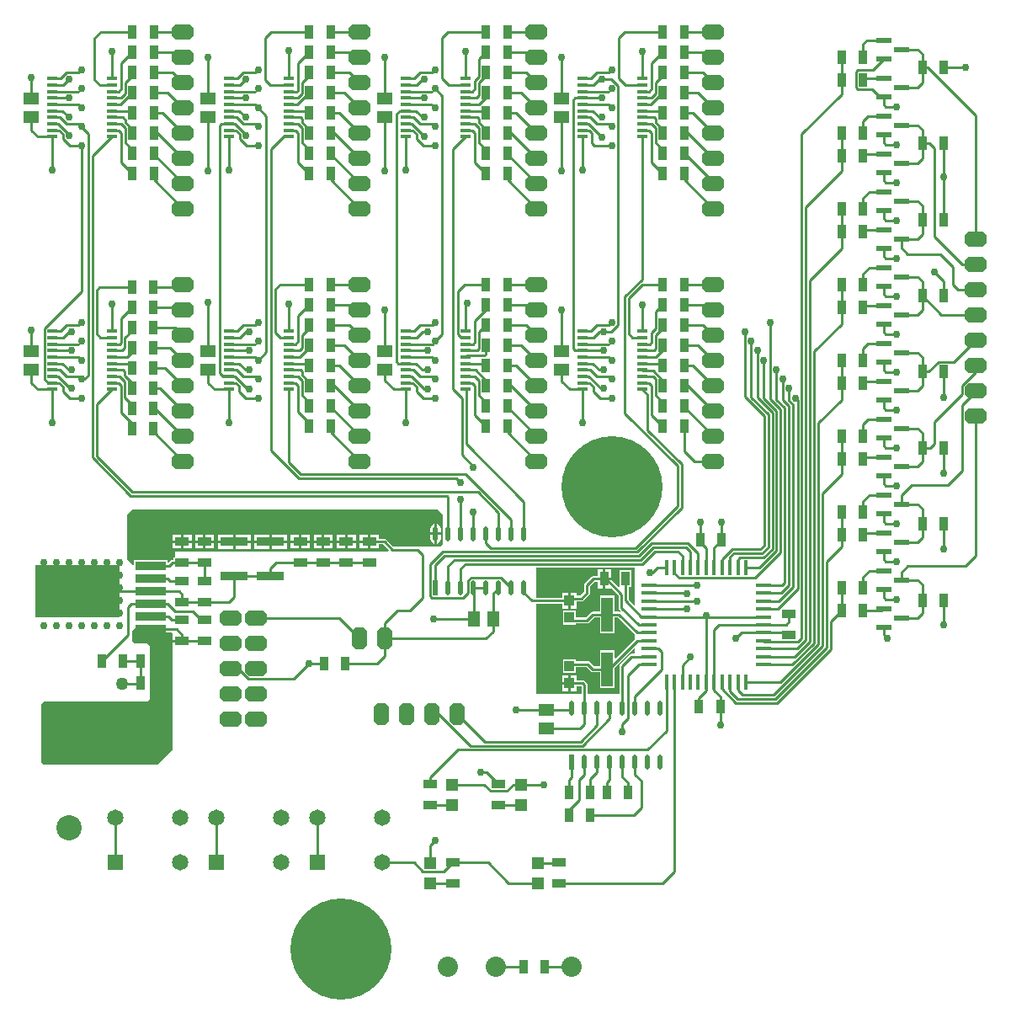
<source format=gtl>
%FSLAX25Y25*%
%MOIN*%
G70*
G01*
G75*
G04 Layer_Physical_Order=1*
G04 Layer_Color=255*
%ADD10R,0.03937X0.04331*%
%ADD11R,0.33622X0.21063*%
%ADD12R,0.12047X0.03504*%
%ADD13R,0.05906X0.01598*%
%ADD14R,0.01598X0.05906*%
%ADD15R,0.05906X0.05118*%
%ADD16R,0.11024X0.03740*%
%ADD17R,0.05906X0.02362*%
%ADD18R,0.03347X0.05512*%
%ADD19R,0.04724X0.13780*%
%ADD20O,0.02165X0.05906*%
%ADD21R,0.02165X0.05906*%
%ADD22R,0.05118X0.04528*%
%ADD23R,0.03937X0.01378*%
%ADD24R,0.05512X0.03347*%
%ADD25R,0.05118X0.05906*%
%ADD26C,0.01000*%
%ADD27R,0.06496X0.06496*%
%ADD28C,0.06496*%
G04:AMPARAMS|DCode=29|XSize=60mil|YSize=85mil|CornerRadius=0mil|HoleSize=0mil|Usage=FLASHONLY|Rotation=90.000|XOffset=0mil|YOffset=0mil|HoleType=Round|Shape=Octagon|*
%AMOCTAGOND29*
4,1,8,-0.04250,-0.01500,-0.04250,0.01500,-0.02750,0.03000,0.02750,0.03000,0.04250,0.01500,0.04250,-0.01500,0.02750,-0.03000,-0.02750,-0.03000,-0.04250,-0.01500,0.0*
%
%ADD29OCTAGOND29*%

G04:AMPARAMS|DCode=30|XSize=60mil|YSize=85mil|CornerRadius=0mil|HoleSize=0mil|Usage=FLASHONLY|Rotation=180.000|XOffset=0mil|YOffset=0mil|HoleType=Round|Shape=Octagon|*
%AMOCTAGOND30*
4,1,8,0.01500,-0.04250,-0.01500,-0.04250,-0.03000,-0.02750,-0.03000,0.02750,-0.01500,0.04250,0.01500,0.04250,0.03000,0.02750,0.03000,-0.02750,0.01500,-0.04250,0.0*
%
%ADD30OCTAGOND30*%

%ADD31C,0.03000*%
%ADD32C,0.08000*%
%ADD33C,0.05000*%
%ADD34C,0.40000*%
%ADD35C,0.10000*%
G36*
X273000Y298905D02*
Y288429D01*
Y287381D01*
X272000Y286333D01*
X253253D01*
X250549Y289037D01*
X250185Y289280D01*
X249756Y289366D01*
X249756Y289366D01*
X247456D01*
Y290917D01*
X244200D01*
Y288244D01*
Y285571D01*
X247456D01*
Y287123D01*
X249291D01*
X251574Y284840D01*
X251000Y284238D01*
X167000D01*
Y282143D01*
X166914Y282053D01*
X166244D01*
Y281351D01*
X165815Y280901D01*
X165779D01*
X165350Y280816D01*
X164987Y280573D01*
X164986Y280573D01*
X164186Y279772D01*
X163724Y279963D01*
Y280852D01*
X150476D01*
Y279000D01*
X150000D01*
X148000Y281095D01*
Y297857D01*
Y298905D01*
X150000Y301000D01*
X271000D01*
X273000Y298905D01*
D02*
G37*
G36*
X349000Y263239D02*
X348538Y263048D01*
X346354Y265232D01*
Y270144D01*
X347505D01*
Y276856D01*
X342959D01*
Y270280D01*
X342497Y270089D01*
X339586Y273000D01*
X337268D01*
Y269744D01*
X339441D01*
X339441Y269744D01*
Y269744D01*
X339603Y269811D01*
X342511Y266903D01*
Y262068D01*
X342511Y262068D01*
X342596Y261638D01*
X342839Y261275D01*
X343303Y260811D01*
X343067Y260370D01*
X342673Y260448D01*
X342673Y260448D01*
X340962D01*
Y266816D01*
X335038D01*
Y260448D01*
X332327D01*
X332327Y260448D01*
X331898Y260363D01*
X331534Y260120D01*
X329535Y258121D01*
X325569D01*
Y260919D01*
X320431D01*
Y255388D01*
X325569D01*
Y255878D01*
X330000D01*
X330000Y255878D01*
X330429Y255964D01*
X330793Y256207D01*
X332791Y258205D01*
X335038D01*
Y251837D01*
X340962D01*
Y258205D01*
X342209D01*
X349000Y251414D01*
Y249586D01*
X341424Y242010D01*
X340962Y242202D01*
Y245163D01*
X335038D01*
Y238795D01*
X332791D01*
X331061Y240525D01*
X330697Y240769D01*
X330268Y240854D01*
X330268Y240854D01*
X325569D01*
Y241612D01*
X320431D01*
Y236081D01*
X325569D01*
Y238611D01*
X329803D01*
X331534Y236880D01*
X331534Y236880D01*
X331898Y236637D01*
X332327Y236552D01*
X332327Y236552D01*
X335038D01*
Y230184D01*
X340962D01*
Y238376D01*
X348538Y245952D01*
X349000Y245761D01*
Y243775D01*
X347654D01*
X347224Y243690D01*
X346860Y243447D01*
X346860Y243446D01*
X343207Y239793D01*
X342964Y239429D01*
X342878Y239000D01*
X342879Y239000D01*
Y228000D01*
X330121D01*
Y231500D01*
X330122Y231500D01*
X330036Y231929D01*
X329793Y232293D01*
X329793Y232293D01*
X329139Y232947D01*
X328776Y233190D01*
X328346Y233275D01*
X328346Y233275D01*
X325969D01*
Y235319D01*
X323500D01*
Y232154D01*
Y228988D01*
X325969D01*
Y231032D01*
X327878D01*
Y228000D01*
X310000D01*
Y263725D01*
X320031D01*
Y261681D01*
X322500D01*
Y264846D01*
Y268012D01*
X320031D01*
Y265968D01*
X310000D01*
Y278000D01*
X349000D01*
Y263239D01*
D02*
G37*
G36*
X156001Y253613D02*
X155978Y253500D01*
X156064Y253071D01*
X156307Y252707D01*
X156671Y252464D01*
X157100Y252379D01*
X165622D01*
X166000Y252000D01*
Y251429D01*
X165844D01*
Y249256D01*
X169600D01*
Y248256D01*
X165844D01*
Y246083D01*
X166000D01*
Y244000D01*
Y206000D01*
X165000Y205000D01*
X160000Y200000D01*
X115000D01*
X114000Y201000D01*
Y224000D01*
X115000Y225000D01*
X156000D01*
X157000Y226000D01*
Y247000D01*
X156000Y248000D01*
X151000D01*
X150000Y249000D01*
Y253000D01*
X151000Y254000D01*
X155684D01*
X156001Y253613D01*
D02*
G37*
%LPC*%
G36*
X234100Y287732D02*
X230844D01*
Y285559D01*
X234100D01*
Y287732D01*
D02*
G37*
G36*
X238356D02*
X235100D01*
Y285559D01*
X238356D01*
Y287732D01*
D02*
G37*
G36*
X225000D02*
X221744D01*
Y285559D01*
X225000D01*
Y287732D01*
D02*
G37*
G36*
X229256D02*
X226000D01*
Y285559D01*
X229256D01*
Y287732D01*
D02*
G37*
G36*
X178000Y287744D02*
X174744D01*
Y285571D01*
X178000D01*
Y287744D01*
D02*
G37*
G36*
X182256D02*
X179000D01*
Y285571D01*
X182256D01*
Y287744D01*
D02*
G37*
G36*
X169100D02*
X165844D01*
Y285571D01*
X169100D01*
Y287744D01*
D02*
G37*
G36*
X173356D02*
X170100D01*
Y285571D01*
X173356D01*
Y287744D01*
D02*
G37*
G36*
X220156Y287732D02*
X216900D01*
Y285559D01*
X220156D01*
Y287732D01*
D02*
G37*
G36*
X336268Y277256D02*
X334095D01*
Y274622D01*
X332500D01*
X332071Y274536D01*
X331707Y274293D01*
X331707Y274293D01*
X329207Y271793D01*
X328964Y271429D01*
X328878Y271000D01*
X328878Y271000D01*
Y268465D01*
X327268Y266854D01*
X325969D01*
Y268012D01*
X323500D01*
Y264846D01*
Y261681D01*
X325969D01*
Y264611D01*
X327732D01*
X327732Y264611D01*
X328162Y264696D01*
X328525Y264939D01*
X330793Y267207D01*
X331036Y267571D01*
X331122Y268000D01*
X331121Y268000D01*
Y270535D01*
X332965Y272378D01*
X334095D01*
Y269744D01*
X336268D01*
Y273500D01*
Y277256D01*
D02*
G37*
G36*
X339441D02*
X337268D01*
Y274000D01*
X339441D01*
Y277256D01*
D02*
G37*
G36*
X322500Y231653D02*
X320031D01*
Y228988D01*
X322500D01*
Y231653D01*
D02*
G37*
G36*
Y235319D02*
X320031D01*
Y232653D01*
X322500D01*
Y235319D01*
D02*
G37*
G36*
X204100Y287591D02*
X198088D01*
Y285221D01*
X204100D01*
Y287591D01*
D02*
G37*
G36*
X196712Y287646D02*
X190700D01*
Y285276D01*
X196712D01*
Y287646D01*
D02*
G37*
G36*
X215900Y287732D02*
X212644D01*
Y285559D01*
X215900D01*
Y287732D01*
D02*
G37*
G36*
X211112Y287591D02*
X205100D01*
Y285221D01*
X211112D01*
Y287591D01*
D02*
G37*
G36*
X189700Y287646D02*
X183688D01*
Y285276D01*
X189700D01*
Y287646D01*
D02*
G37*
G36*
X169100Y290917D02*
X165844D01*
Y288744D01*
X169100D01*
Y290917D01*
D02*
G37*
G36*
X173356D02*
X170100D01*
Y288744D01*
X173356D01*
Y290917D01*
D02*
G37*
G36*
X238356Y290905D02*
X235100D01*
Y288732D01*
X238356D01*
Y290905D01*
D02*
G37*
G36*
X229256D02*
X226000D01*
Y288732D01*
X229256D01*
Y290905D01*
D02*
G37*
G36*
X234100D02*
X230844D01*
Y288732D01*
X234100D01*
Y290905D01*
D02*
G37*
G36*
X269500Y295154D02*
X269187Y295092D01*
X268498Y294631D01*
X268038Y293942D01*
X267877Y293130D01*
Y291760D01*
X269500D01*
Y295154D01*
D02*
G37*
G36*
X270500D02*
Y291760D01*
X272124D01*
Y293130D01*
X271962Y293942D01*
X271501Y294631D01*
X270813Y295092D01*
X270500Y295154D01*
D02*
G37*
G36*
X243200Y290917D02*
X239944D01*
Y288744D01*
X243200D01*
Y290917D01*
D02*
G37*
G36*
X178000D02*
X174744D01*
Y288744D01*
X178000D01*
Y290917D01*
D02*
G37*
G36*
X182256D02*
X179000D01*
Y288744D01*
X182256D01*
Y290917D01*
D02*
G37*
G36*
X204100Y290961D02*
X198088D01*
Y288591D01*
X204100D01*
Y290961D01*
D02*
G37*
G36*
X211112D02*
X205100D01*
Y288591D01*
X211112D01*
Y290961D01*
D02*
G37*
G36*
X272124Y290760D02*
X270500D01*
Y287366D01*
X270813Y287428D01*
X271501Y287888D01*
X271962Y288577D01*
X272124Y289390D01*
Y290760D01*
D02*
G37*
G36*
X243200Y287744D02*
X239944D01*
Y285571D01*
X243200D01*
Y287744D01*
D02*
G37*
G36*
X269500Y290760D02*
X267877D01*
Y289390D01*
X268038Y288577D01*
X268498Y287888D01*
X269187Y287428D01*
X269500Y287366D01*
Y290760D01*
D02*
G37*
G36*
X220156Y290905D02*
X216900D01*
Y288732D01*
X220156D01*
Y290905D01*
D02*
G37*
G36*
X225000D02*
X221744D01*
Y288732D01*
X225000D01*
Y290905D01*
D02*
G37*
G36*
X215900D02*
X212644D01*
Y288732D01*
X215900D01*
Y290905D01*
D02*
G37*
G36*
X189700Y291016D02*
X183688D01*
Y288646D01*
X189700D01*
Y291016D01*
D02*
G37*
G36*
X196712D02*
X190700D01*
Y288646D01*
X196712D01*
Y291016D01*
D02*
G37*
%LPD*%
D10*
X323000Y232154D02*
D03*
Y238846D02*
D03*
Y258154D02*
D03*
Y264846D02*
D03*
D11*
X128340Y268500D02*
D03*
D12*
X157100Y253500D02*
D03*
Y258500D02*
D03*
Y263500D02*
D03*
Y268500D02*
D03*
Y273500D02*
D03*
Y278500D02*
D03*
Y283500D02*
D03*
D13*
X354500Y271000D02*
D03*
Y267850D02*
D03*
Y264701D02*
D03*
Y261551D02*
D03*
Y258402D02*
D03*
Y255252D02*
D03*
Y252102D02*
D03*
Y248953D02*
D03*
Y245803D02*
D03*
Y242653D02*
D03*
Y239504D02*
D03*
X399776D02*
D03*
Y242653D02*
D03*
Y245803D02*
D03*
Y248953D02*
D03*
Y252102D02*
D03*
Y255252D02*
D03*
Y258402D02*
D03*
Y261551D02*
D03*
Y264701D02*
D03*
Y267850D02*
D03*
Y271000D02*
D03*
D14*
X361390Y232614D02*
D03*
X364539D02*
D03*
X367689D02*
D03*
X370839D02*
D03*
X373988D02*
D03*
X377138D02*
D03*
X380287D02*
D03*
X383437D02*
D03*
X386587D02*
D03*
X389736D02*
D03*
X392886D02*
D03*
Y277890D02*
D03*
X389736D02*
D03*
X386587D02*
D03*
X383437D02*
D03*
X380287D02*
D03*
X377138D02*
D03*
X373988D02*
D03*
X370839D02*
D03*
X367689D02*
D03*
X364539D02*
D03*
X361390D02*
D03*
D15*
X314000Y214260D02*
D03*
Y221740D02*
D03*
X320000Y356260D02*
D03*
Y363740D02*
D03*
X250000Y356260D02*
D03*
Y363740D02*
D03*
X180000Y356260D02*
D03*
Y363740D02*
D03*
X110000Y356260D02*
D03*
Y363740D02*
D03*
X320000Y456260D02*
D03*
Y463740D02*
D03*
X250000Y456260D02*
D03*
Y463740D02*
D03*
X180000Y456260D02*
D03*
Y463740D02*
D03*
X110000Y456260D02*
D03*
Y463740D02*
D03*
D16*
X190200Y288146D02*
D03*
Y274563D02*
D03*
X204600Y288091D02*
D03*
Y274509D02*
D03*
D17*
X447457Y471740D02*
D03*
Y464260D02*
D03*
X454543Y468000D02*
D03*
X447457Y276740D02*
D03*
Y269260D02*
D03*
X454543Y273000D02*
D03*
X447457Y261740D02*
D03*
Y254260D02*
D03*
X454543Y258000D02*
D03*
X447457Y306740D02*
D03*
Y299260D02*
D03*
X454543Y303000D02*
D03*
X447457Y291740D02*
D03*
Y284260D02*
D03*
X454543Y288000D02*
D03*
X447457Y336740D02*
D03*
Y329260D02*
D03*
X454543Y333000D02*
D03*
X447457Y321740D02*
D03*
Y314260D02*
D03*
X454543Y318000D02*
D03*
X447457Y366740D02*
D03*
Y359260D02*
D03*
X454543Y363000D02*
D03*
X447457Y351740D02*
D03*
Y344260D02*
D03*
X454543Y348000D02*
D03*
X447457Y396740D02*
D03*
Y389260D02*
D03*
X454543Y393000D02*
D03*
X447457Y381740D02*
D03*
Y374260D02*
D03*
X454543Y378000D02*
D03*
X447457Y426740D02*
D03*
Y419260D02*
D03*
X454543Y423000D02*
D03*
X447457Y411740D02*
D03*
Y404260D02*
D03*
X454543Y408000D02*
D03*
X447457Y456740D02*
D03*
Y449260D02*
D03*
X454543Y453000D02*
D03*
X447457Y441740D02*
D03*
Y434260D02*
D03*
X454543Y438000D02*
D03*
X447457Y486740D02*
D03*
Y479260D02*
D03*
X454543Y483000D02*
D03*
D18*
X471232Y476000D02*
D03*
X462768D02*
D03*
X374768Y289000D02*
D03*
X383232D02*
D03*
X137768Y240800D02*
D03*
X146232D02*
D03*
X161732Y232100D02*
D03*
X153268D02*
D03*
X161732Y240900D02*
D03*
X153268D02*
D03*
X382732Y223000D02*
D03*
X374268D02*
D03*
X331232Y189000D02*
D03*
X322768D02*
D03*
X346232D02*
D03*
X337768D02*
D03*
X331232Y180000D02*
D03*
X322768D02*
D03*
X336768Y273500D02*
D03*
X345232D02*
D03*
X220000Y490000D02*
D03*
X228465D02*
D03*
X290000D02*
D03*
X298465D02*
D03*
X360000D02*
D03*
X368465D02*
D03*
X220000Y482000D02*
D03*
X228465D02*
D03*
X290000D02*
D03*
X298465D02*
D03*
X360000D02*
D03*
X368465D02*
D03*
X220000Y474000D02*
D03*
X228465D02*
D03*
X290000D02*
D03*
X298465D02*
D03*
X360000D02*
D03*
X368465D02*
D03*
X220000Y466000D02*
D03*
X228465D02*
D03*
X290000D02*
D03*
X298465D02*
D03*
X360000D02*
D03*
X368465D02*
D03*
X220000Y458000D02*
D03*
X228465D02*
D03*
X290000D02*
D03*
X298465D02*
D03*
X360000D02*
D03*
X368465D02*
D03*
X220000Y450000D02*
D03*
X228465D02*
D03*
X290000D02*
D03*
X298465D02*
D03*
X360000D02*
D03*
X368465D02*
D03*
X220000Y442000D02*
D03*
X228465D02*
D03*
X290000D02*
D03*
X298465D02*
D03*
X360000D02*
D03*
X368465D02*
D03*
X150000Y434000D02*
D03*
X158465D02*
D03*
X220000D02*
D03*
X228465D02*
D03*
X290000D02*
D03*
X298465D02*
D03*
X360000D02*
D03*
X368465D02*
D03*
X149768Y357000D02*
D03*
X158232D02*
D03*
X149768Y349000D02*
D03*
X158232D02*
D03*
X149768Y341000D02*
D03*
X158232D02*
D03*
X430768Y270000D02*
D03*
X439232D02*
D03*
X430768Y261000D02*
D03*
X439232D02*
D03*
X430768Y300000D02*
D03*
X439232D02*
D03*
X430768Y291000D02*
D03*
X439232D02*
D03*
X430768Y330000D02*
D03*
X439232D02*
D03*
X430768Y321000D02*
D03*
X439232D02*
D03*
X430768Y360000D02*
D03*
X439232D02*
D03*
X430768Y351000D02*
D03*
X439232D02*
D03*
X430768Y390000D02*
D03*
X439232D02*
D03*
X430768Y381000D02*
D03*
X439232D02*
D03*
X430768Y420000D02*
D03*
X439232D02*
D03*
X430768Y411000D02*
D03*
X439232D02*
D03*
X430768Y450000D02*
D03*
X439232D02*
D03*
X430768Y441000D02*
D03*
X439232D02*
D03*
X430768Y480000D02*
D03*
X439232D02*
D03*
X430768Y471000D02*
D03*
X439232D02*
D03*
X471232Y265000D02*
D03*
X462768D02*
D03*
X471232Y295143D02*
D03*
X462768D02*
D03*
X471232Y325286D02*
D03*
X462768D02*
D03*
X471232Y355429D02*
D03*
X462768D02*
D03*
X471232Y385571D02*
D03*
X462768D02*
D03*
X471232Y415714D02*
D03*
X462768D02*
D03*
X471232Y445857D02*
D03*
X462768D02*
D03*
X313232Y120000D02*
D03*
X304768D02*
D03*
X360000Y334000D02*
D03*
X368465D02*
D03*
X360000Y342000D02*
D03*
X368465D02*
D03*
X360000Y350000D02*
D03*
X368465D02*
D03*
X360000Y358000D02*
D03*
X368465D02*
D03*
X360000Y366000D02*
D03*
X368465D02*
D03*
X360000Y374000D02*
D03*
X368465D02*
D03*
X360000Y382000D02*
D03*
X368465D02*
D03*
X360000Y390000D02*
D03*
X368465D02*
D03*
X290000Y334000D02*
D03*
X298465D02*
D03*
X290000Y342000D02*
D03*
X298465D02*
D03*
X290000Y350000D02*
D03*
X298465D02*
D03*
X290000Y358000D02*
D03*
X298465D02*
D03*
X290000Y366000D02*
D03*
X298465D02*
D03*
X290000Y374000D02*
D03*
X298465D02*
D03*
X290000Y382000D02*
D03*
X298465D02*
D03*
X290000Y390000D02*
D03*
X298465D02*
D03*
X220000Y334000D02*
D03*
X228465D02*
D03*
X149768Y333000D02*
D03*
X158232D02*
D03*
X220000Y342000D02*
D03*
X228465D02*
D03*
X220000Y350000D02*
D03*
X228465D02*
D03*
X220000Y358000D02*
D03*
X228465D02*
D03*
X220000Y366000D02*
D03*
X228465D02*
D03*
X220000Y374000D02*
D03*
X228465D02*
D03*
X220000Y382000D02*
D03*
X228465D02*
D03*
X220000Y390000D02*
D03*
X228465D02*
D03*
X149768Y373000D02*
D03*
X158232D02*
D03*
X149768Y381000D02*
D03*
X158232D02*
D03*
X149768Y365000D02*
D03*
X158232D02*
D03*
X149768Y389000D02*
D03*
X158232D02*
D03*
X150000Y442000D02*
D03*
X158465D02*
D03*
X150000Y450000D02*
D03*
X158465D02*
D03*
X150000Y458000D02*
D03*
X158465D02*
D03*
X150000Y466000D02*
D03*
X158465D02*
D03*
X150000Y474000D02*
D03*
X158465D02*
D03*
X150000Y482000D02*
D03*
X158465D02*
D03*
X150000Y490000D02*
D03*
X158465D02*
D03*
X225768Y240000D02*
D03*
X234232D02*
D03*
D19*
X338000Y259327D02*
D03*
Y237673D02*
D03*
D20*
X359000Y222260D02*
D03*
X354000D02*
D03*
X349000D02*
D03*
X344000D02*
D03*
X339000D02*
D03*
X334000D02*
D03*
X329000D02*
D03*
X324000D02*
D03*
X359000Y201000D02*
D03*
X354000D02*
D03*
X349000D02*
D03*
X344000D02*
D03*
X339000D02*
D03*
X334000D02*
D03*
X329000D02*
D03*
X275000Y270000D02*
D03*
X280000D02*
D03*
X285000D02*
D03*
X290000D02*
D03*
X295000D02*
D03*
X300000D02*
D03*
X305000D02*
D03*
X270000Y291260D02*
D03*
X275000D02*
D03*
X280000D02*
D03*
X285000D02*
D03*
X290000D02*
D03*
X295000D02*
D03*
X300000D02*
D03*
X305000D02*
D03*
D21*
X324000Y201000D02*
D03*
X270000Y270000D02*
D03*
D22*
X268000Y153063D02*
D03*
Y160937D02*
D03*
X276445Y184063D02*
D03*
Y191937D02*
D03*
X304000Y184063D02*
D03*
Y191937D02*
D03*
X310500Y153063D02*
D03*
Y160937D02*
D03*
D23*
X188189Y371516D02*
D03*
Y368957D02*
D03*
Y366398D02*
D03*
Y363839D02*
D03*
Y361279D02*
D03*
Y358720D02*
D03*
Y356161D02*
D03*
Y353602D02*
D03*
Y351043D02*
D03*
Y348484D02*
D03*
X211811Y348484D02*
D03*
Y351043D02*
D03*
Y353602D02*
D03*
Y356161D02*
D03*
Y358720D02*
D03*
Y361279D02*
D03*
Y363838D02*
D03*
Y366398D02*
D03*
Y368957D02*
D03*
Y371516D02*
D03*
X118189Y471516D02*
D03*
Y468957D02*
D03*
Y466397D02*
D03*
Y463838D02*
D03*
Y461279D02*
D03*
Y458720D02*
D03*
Y456161D02*
D03*
Y453602D02*
D03*
Y451043D02*
D03*
Y448484D02*
D03*
X141811Y448484D02*
D03*
Y451043D02*
D03*
Y453602D02*
D03*
Y456161D02*
D03*
Y458720D02*
D03*
Y461279D02*
D03*
Y463838D02*
D03*
Y466397D02*
D03*
Y468957D02*
D03*
Y471516D02*
D03*
X188189Y471516D02*
D03*
Y468957D02*
D03*
Y466397D02*
D03*
Y463838D02*
D03*
Y461279D02*
D03*
Y458720D02*
D03*
Y456161D02*
D03*
Y453602D02*
D03*
Y451043D02*
D03*
Y448484D02*
D03*
X211811Y448484D02*
D03*
Y451043D02*
D03*
Y453602D02*
D03*
Y456161D02*
D03*
Y458720D02*
D03*
Y461279D02*
D03*
Y463838D02*
D03*
Y466397D02*
D03*
Y468957D02*
D03*
Y471516D02*
D03*
X258189Y471516D02*
D03*
Y468957D02*
D03*
Y466397D02*
D03*
Y463838D02*
D03*
Y461279D02*
D03*
Y458720D02*
D03*
Y456161D02*
D03*
Y453602D02*
D03*
Y451043D02*
D03*
Y448484D02*
D03*
X281811Y448484D02*
D03*
Y451043D02*
D03*
Y453602D02*
D03*
Y456161D02*
D03*
Y458720D02*
D03*
Y461279D02*
D03*
Y463838D02*
D03*
Y466397D02*
D03*
Y468957D02*
D03*
Y471516D02*
D03*
X328189Y471516D02*
D03*
Y468957D02*
D03*
Y466397D02*
D03*
Y463838D02*
D03*
Y461279D02*
D03*
Y458720D02*
D03*
Y456161D02*
D03*
Y453602D02*
D03*
Y451043D02*
D03*
Y448484D02*
D03*
X351811Y448484D02*
D03*
Y451043D02*
D03*
Y453602D02*
D03*
Y456161D02*
D03*
Y458720D02*
D03*
Y461279D02*
D03*
Y463838D02*
D03*
Y466397D02*
D03*
Y468957D02*
D03*
Y471516D02*
D03*
X118189Y371516D02*
D03*
Y368957D02*
D03*
Y366398D02*
D03*
Y363839D02*
D03*
Y361279D02*
D03*
Y358720D02*
D03*
Y356161D02*
D03*
Y353602D02*
D03*
Y351043D02*
D03*
Y348484D02*
D03*
X141811Y348484D02*
D03*
Y351043D02*
D03*
Y353602D02*
D03*
Y356161D02*
D03*
Y358720D02*
D03*
Y361279D02*
D03*
Y363838D02*
D03*
Y366398D02*
D03*
Y368957D02*
D03*
Y371516D02*
D03*
X328189Y371516D02*
D03*
Y368957D02*
D03*
Y366398D02*
D03*
Y363839D02*
D03*
Y361279D02*
D03*
Y358720D02*
D03*
Y356161D02*
D03*
Y353602D02*
D03*
Y351043D02*
D03*
Y348484D02*
D03*
X351811Y348484D02*
D03*
Y351043D02*
D03*
Y353602D02*
D03*
Y356161D02*
D03*
Y358720D02*
D03*
Y361279D02*
D03*
Y363838D02*
D03*
Y366398D02*
D03*
Y368957D02*
D03*
Y371516D02*
D03*
X258189Y371516D02*
D03*
Y368957D02*
D03*
Y366398D02*
D03*
Y363839D02*
D03*
Y361279D02*
D03*
Y358720D02*
D03*
Y356161D02*
D03*
Y353602D02*
D03*
Y351043D02*
D03*
Y348484D02*
D03*
X281811Y348484D02*
D03*
Y351043D02*
D03*
Y353602D02*
D03*
Y356161D02*
D03*
Y358720D02*
D03*
Y361279D02*
D03*
Y363838D02*
D03*
Y366398D02*
D03*
Y368957D02*
D03*
Y371516D02*
D03*
D24*
X178500Y279780D02*
D03*
Y288244D02*
D03*
X169600Y279780D02*
D03*
Y288244D02*
D03*
X225500Y279768D02*
D03*
Y288232D02*
D03*
X216400Y279768D02*
D03*
Y288232D02*
D03*
X178500Y264268D02*
D03*
Y272732D02*
D03*
X169600Y272732D02*
D03*
Y264268D02*
D03*
X178500Y248756D02*
D03*
Y257221D02*
D03*
X169600Y248756D02*
D03*
Y257221D02*
D03*
X268000Y183768D02*
D03*
Y192232D02*
D03*
X295000Y183768D02*
D03*
Y192232D02*
D03*
X234600Y279768D02*
D03*
Y288232D02*
D03*
X243700Y279780D02*
D03*
Y288244D02*
D03*
X410000Y259732D02*
D03*
Y251268D02*
D03*
X319000Y152815D02*
D03*
Y161279D02*
D03*
X277000D02*
D03*
Y152815D02*
D03*
D25*
X285260Y257500D02*
D03*
X292740D02*
D03*
D26*
X334780Y356250D02*
X336600D01*
X339648Y371250D02*
X342321Y373923D01*
X336600Y371250D02*
X339648D01*
X334957D02*
X336600D01*
X332663Y368957D02*
X334957Y371250D01*
X335463Y348800D02*
X336600D01*
X330661Y353602D02*
X335463Y348800D01*
X335073Y345000D02*
X339721D01*
X332400Y347673D02*
X335073Y345000D01*
X332400Y347673D02*
Y349600D01*
X264780Y356250D02*
X266700D01*
X264957Y371250D02*
X266700D01*
X265563Y348700D02*
X266700D01*
X262400Y347673D02*
X265073Y345000D01*
X262400Y347673D02*
Y349600D01*
X265073Y345000D02*
X269721D01*
X194780Y356250D02*
X196200D01*
X194957Y371250D02*
X196200D01*
X122400Y347673D02*
X125073Y345000D01*
X122400Y347673D02*
Y349600D01*
X125073Y345000D02*
X129721D01*
X188318Y461150D02*
X198571D01*
X188189Y461279D02*
X188318Y461150D01*
X188189Y466397D02*
X198618D01*
X169600Y248756D02*
Y251400D01*
X167500Y253500D02*
X169600Y251400D01*
X157100Y253500D02*
X167500D01*
X331000Y451000D02*
X332000Y450000D01*
Y446000D02*
Y450000D01*
Y446000D02*
X333000Y445000D01*
X234600Y279768D02*
X243688D01*
X216400D02*
X225500D01*
X206768D02*
X216400D01*
X225500D02*
X234600D01*
X204546Y277546D02*
X206768Y279768D01*
X204546Y274563D02*
Y277546D01*
X190200Y274563D02*
X204546D01*
X243700Y288244D02*
X249756D01*
X253000Y285000D01*
X263000D01*
X265000Y283000D01*
Y266000D02*
Y283000D01*
X260000Y261000D02*
X265000Y266000D01*
X255000Y261000D02*
X260000D01*
X250000Y256000D02*
X255000Y261000D01*
X250000Y250000D02*
Y256000D01*
X343632Y262068D02*
Y267368D01*
X337500Y273500D02*
X343632Y267368D01*
X336768Y273500D02*
X337500D01*
X248795Y161142D02*
X261417D01*
X323000Y265732D02*
X327732D01*
X305000Y268000D02*
Y270000D01*
Y268000D02*
X308154Y264846D01*
X323000D01*
X328346Y232154D02*
X329000Y231500D01*
X323000Y232154D02*
X328346D01*
X357890Y277890D02*
X361390D01*
X356000Y276000D02*
X357890Y277890D01*
X355000Y276000D02*
X356000D01*
X223205Y161142D02*
Y178858D01*
X183205Y161142D02*
Y178858D01*
X143205Y161142D02*
Y178858D01*
X250000Y243000D02*
Y250000D01*
X247000Y240000D02*
X250000Y243000D01*
X234232Y240000D02*
X247000D01*
X220000D02*
X225768D01*
X146000Y232000D02*
X153168D01*
X128340Y268500D02*
X157100D01*
X213900Y233900D02*
X220000Y240000D01*
X195794Y233900D02*
X213900D01*
X191694Y238000D02*
X195794Y233900D01*
X189000Y238000D02*
X191694D01*
X377138Y232614D02*
Y258862D01*
X354500Y258402D02*
X376677D01*
X292740Y252740D02*
Y257500D01*
X290000Y250000D02*
X292740Y252740D01*
X250000Y250000D02*
X290000D01*
X332500Y273500D02*
X336768D01*
X330000Y271000D02*
X332500Y273500D01*
X330000Y268000D02*
Y271000D01*
X327732Y265732D02*
X330000Y268000D01*
X314000Y221740D02*
X323480D01*
X339000Y218237D02*
Y222260D01*
X268500Y220000D02*
X271194D01*
X334000Y215500D02*
Y222260D01*
X268000Y153063D02*
X276752D01*
X364539Y157539D02*
Y232614D01*
X359815Y152815D02*
X364539Y157539D01*
X319000Y152815D02*
X359815D01*
X354500Y245803D02*
X358197D01*
X359500Y244500D01*
Y237500D02*
Y244500D01*
X349000Y227000D02*
X359500Y237500D01*
X349000Y222260D02*
Y227000D01*
X347654Y242653D02*
X354500D01*
X344000Y239000D02*
X347654Y242653D01*
X344000Y222260D02*
Y239000D01*
X345232Y264768D02*
Y273500D01*
Y264768D02*
X351598Y258402D01*
X354500D01*
X351811Y471516D02*
Y482189D01*
X281811Y471516D02*
Y482189D01*
X211811Y471516D02*
Y482689D01*
X141811Y471516D02*
Y482189D01*
X188189Y351043D02*
X190957D01*
X192120Y349880D01*
Y347673D02*
X194793Y345000D01*
X199721D01*
X192120Y347673D02*
Y349880D01*
X141811Y371516D02*
Y382189D01*
X211811Y371516D02*
Y382311D01*
X281811Y381811D02*
X282500Y382500D01*
X281811Y371516D02*
Y381811D01*
X281500Y390000D02*
X290000D01*
X278743Y387243D02*
X281500Y390000D01*
X278743Y370371D02*
Y387243D01*
X351811Y371516D02*
Y381811D01*
X136000Y342673D02*
X141811Y348484D01*
X136000Y322000D02*
Y342673D01*
Y322000D02*
X150000Y308000D01*
X134100Y321637D02*
X149337Y306400D01*
X158232Y331768D02*
X170000Y320000D01*
X158232Y331768D02*
Y333000D01*
X159000Y341000D02*
X170000Y330000D01*
X158232Y341000D02*
X159000D01*
X161000Y349000D02*
X170000Y340000D01*
X158232Y349000D02*
X161000D01*
X163000Y357000D02*
X170000Y350000D01*
X158232Y357000D02*
X163000D01*
X165000Y365000D02*
X170000Y360000D01*
X158232Y365000D02*
X165000D01*
X167000Y373000D02*
X170000Y370000D01*
X158232Y373000D02*
X167000D01*
X158232Y381000D02*
X169000D01*
X158232Y389000D02*
X169000D01*
X228465Y331535D02*
X240000Y320000D01*
X228465Y331535D02*
Y334000D01*
Y341535D02*
X240000Y330000D01*
X228465Y341535D02*
Y342000D01*
X230000Y350000D02*
X240000Y340000D01*
X228465Y350000D02*
X230000D01*
X232000Y358000D02*
X240000Y350000D01*
X228465Y358000D02*
X232000D01*
X234000Y366000D02*
X240000Y360000D01*
X228465Y366000D02*
X234000D01*
X236000Y374000D02*
X240000Y370000D01*
X228465Y374000D02*
X236000D01*
X228465Y382000D02*
X238000D01*
X228465Y390000D02*
X240000D01*
X298465Y331535D02*
X310000Y320000D01*
X298465Y331535D02*
Y334000D01*
Y341535D02*
X310000Y330000D01*
X298465Y341535D02*
Y342000D01*
X300000Y350000D02*
X310000Y340000D01*
X298465Y350000D02*
X300000D01*
X302000Y358000D02*
X310000Y350000D01*
X298465Y358000D02*
X302000D01*
X304000Y366000D02*
X310000Y360000D01*
X298465Y366000D02*
X304000D01*
X306000Y374000D02*
X310000Y370000D01*
X298465Y374000D02*
X306000D01*
X298465Y382000D02*
X308000D01*
X298465Y390000D02*
X310000D01*
X355627Y338373D02*
Y350000D01*
Y338373D02*
X360000Y334000D01*
X281800Y279300D02*
X351851D01*
X277400Y280900D02*
X351188D01*
X273500Y282500D02*
X350525D01*
X272837Y284100D02*
X349863D01*
X356851Y284300D02*
X366000D01*
X351851Y279300D02*
X356851Y284300D01*
X356188Y285900D02*
X369337D01*
X351188Y280900D02*
X356188Y285900D01*
X355525Y287500D02*
X370000D01*
X350525Y282500D02*
X355525Y287500D01*
X291800Y285700D02*
X349200D01*
X351811Y348484D02*
X354000Y346295D01*
X158465Y431535D02*
X170000Y420000D01*
X158465Y431535D02*
Y434000D01*
Y441535D02*
X170000Y430000D01*
X158465Y441535D02*
Y442000D01*
X160000Y450000D02*
X170000Y440000D01*
X158465Y450000D02*
X160000D01*
X162000Y458000D02*
X170000Y450000D01*
X158465Y458000D02*
X162000D01*
X164000Y466000D02*
X170000Y460000D01*
X158465Y466000D02*
X164000D01*
X166000Y474000D02*
X170000Y470000D01*
X158465Y474000D02*
X166000D01*
X168000Y482000D02*
X170000Y480000D01*
X158465Y482000D02*
X168000D01*
X158465Y490000D02*
X170000D01*
X228465Y431535D02*
X240000Y420000D01*
X228465Y431535D02*
Y434000D01*
Y441535D02*
X240000Y430000D01*
X228465Y441535D02*
Y442000D01*
X230000Y450000D02*
X240000Y440000D01*
X228465Y450000D02*
X230000D01*
X232000Y458000D02*
X240000Y450000D01*
X228465Y458000D02*
X232000D01*
X234000Y466000D02*
X240000Y460000D01*
X228465Y466000D02*
X234000D01*
X236000Y474000D02*
X240000Y470000D01*
X228465Y474000D02*
X236000D01*
X228465Y482000D02*
X238000D01*
X228465Y490000D02*
X240000D01*
X298465Y431535D02*
X310000Y420000D01*
X298465Y431535D02*
Y434000D01*
Y441535D02*
X310000Y430000D01*
X298465Y441535D02*
Y442000D01*
X300000Y450000D02*
X310000Y440000D01*
X298465Y450000D02*
X300000D01*
X302000Y458000D02*
X310000Y450000D01*
X298465Y458000D02*
X302000D01*
X304000Y466000D02*
X310000Y460000D01*
X298465Y466000D02*
X304000D01*
X306000Y474000D02*
X310000Y470000D01*
X298465Y474000D02*
X306000D01*
X298465Y482000D02*
X308000D01*
X298465Y490000D02*
X310000D01*
X368465Y431535D02*
X380000Y420000D01*
X368465Y431535D02*
Y434000D01*
X380000Y430000D02*
Y430465D01*
X368465Y442000D02*
X380000Y430465D01*
X370000Y450000D02*
X380000Y440000D01*
X368465Y450000D02*
X370000D01*
X372000Y458000D02*
X380000Y450000D01*
X368465Y458000D02*
X372000D01*
X374000Y466000D02*
X380000Y460000D01*
X368465Y466000D02*
X374000D01*
X376000Y474000D02*
X380000Y470000D01*
X368465Y474000D02*
X376000D01*
X368465Y482000D02*
X378000D01*
X368465Y490000D02*
X380000D01*
X355627Y438373D02*
X360000Y434000D01*
X355627Y438373D02*
Y449873D01*
X354457Y451043D02*
X355627Y449873D01*
X351811Y451043D02*
X354457D01*
X357227Y446144D02*
X360000Y443371D01*
X357227Y446144D02*
Y451881D01*
X355506Y453602D02*
X357227Y451881D01*
X351811Y453602D02*
X355506D01*
X357227Y454144D02*
X360000Y451371D01*
X357227Y454144D02*
Y455500D01*
X356566Y456161D02*
X357227Y455500D01*
X351811Y456161D02*
X356566D01*
X345000Y490000D02*
X360000D01*
X342500Y487500D02*
X345000Y490000D01*
X342500Y471500D02*
Y487500D01*
Y471500D02*
X345043Y468957D01*
X351811D01*
X355627Y477627D02*
X360000Y482000D01*
X355627Y467500D02*
Y477627D01*
X354524Y466397D02*
X355627Y467500D01*
X351811Y466397D02*
X354524D01*
X357227Y469856D02*
X360000Y472629D01*
X357227Y465500D02*
Y469856D01*
X355565Y463838D02*
X357227Y465500D01*
X351811Y463838D02*
X355565D01*
X355279Y461279D02*
X360000Y466000D01*
X351811Y461279D02*
X355279D01*
X351811Y458720D02*
X359280D01*
X285627Y438373D02*
X290000Y434000D01*
X285627Y438373D02*
Y450000D01*
X284584Y451043D02*
X285627Y450000D01*
X281811Y451043D02*
X284584D01*
X287227Y446144D02*
X290000Y443371D01*
X287227Y446144D02*
Y451881D01*
X285506Y453602D02*
X287227Y451881D01*
X281811Y453602D02*
X285506D01*
X287227Y454144D02*
X290000Y451371D01*
X287227Y454144D02*
Y455500D01*
X286566Y456161D02*
X287227Y455500D01*
X281811Y456161D02*
X286566D01*
X275000Y490000D02*
X290000D01*
X272500Y487500D02*
X275000Y490000D01*
X272500Y471500D02*
Y487500D01*
Y471500D02*
X275043Y468957D01*
X281811D01*
X287227Y479227D02*
X290000Y482000D01*
X287227Y472119D02*
Y479227D01*
X285627Y470519D02*
X287227Y472119D01*
X285627Y467500D02*
Y470519D01*
X284524Y466397D02*
X285627Y467500D01*
X281811Y466397D02*
X284524D01*
X290000Y472629D02*
Y474000D01*
X287227Y469856D02*
X290000Y472629D01*
X287227Y465000D02*
Y469856D01*
X286065Y463838D02*
X287227Y465000D01*
X281811Y463838D02*
X286065D01*
X287279Y461279D02*
X290000Y464000D01*
X281811Y461279D02*
X287279D01*
X281811Y458720D02*
X289280D01*
X205000Y490000D02*
X220000D01*
X202500Y487500D02*
X205000Y490000D01*
X202500Y471000D02*
Y487500D01*
Y471000D02*
X204543Y468957D01*
X211811D01*
X215627Y477627D02*
X220000Y482000D01*
X215627Y467000D02*
Y477627D01*
X215024Y466397D02*
X215627Y467000D01*
X211811Y466397D02*
X215024D01*
X217227Y469856D02*
X220000Y472629D01*
X217227Y465500D02*
Y469856D01*
X215565Y463838D02*
X217227Y465500D01*
X211811Y463838D02*
X215565D01*
X215279Y461279D02*
X220000Y466000D01*
X211811Y461279D02*
X215279D01*
X215627Y438373D02*
X220000Y434000D01*
X215627Y438373D02*
Y450000D01*
X214584Y451043D02*
X215627Y450000D01*
X211811Y451043D02*
X214584D01*
X217227Y446144D02*
X220000Y443371D01*
X217227Y446144D02*
Y451881D01*
X215506Y453602D02*
X217227Y451881D01*
X211811Y453602D02*
X215506D01*
X217227Y454144D02*
X220000Y451371D01*
X217227Y454144D02*
Y455500D01*
X216566Y456161D02*
X217227Y455500D01*
X211811Y456161D02*
X216566D01*
X211811Y458720D02*
X219280D01*
X145627Y438373D02*
X150000Y434000D01*
X145627Y438373D02*
Y450000D01*
X144627Y451000D02*
X145627Y450000D01*
X141854Y451000D02*
X144627D01*
X141811Y451043D02*
X141854Y451000D01*
X147227Y446144D02*
X150000Y443371D01*
X147227Y446144D02*
Y451881D01*
X145506Y453602D02*
X147227Y451881D01*
X141811Y453602D02*
X145506D01*
X150000Y450000D02*
Y451371D01*
X147227Y454144D02*
X150000Y451371D01*
X147227Y454144D02*
Y455000D01*
X146066Y456161D02*
X147227Y455000D01*
X141811Y456161D02*
X146066D01*
X141811Y458720D02*
X149280D01*
X137500Y490000D02*
X150000D01*
X135000Y487500D02*
X137500Y490000D01*
X135000Y471000D02*
Y487500D01*
Y471000D02*
X137043Y468957D01*
X141811D01*
X145627Y477627D02*
X150000Y482000D01*
X145627Y467500D02*
Y477627D01*
X144524Y466397D02*
X145627Y467500D01*
X141811Y466397D02*
X144524D01*
X150000Y472629D02*
Y474000D01*
X147227Y469856D02*
X150000Y472629D01*
X147227Y465500D02*
Y469856D01*
X145565Y463838D02*
X147227Y465500D01*
X141811Y463838D02*
X145565D01*
X145279Y461279D02*
X150000Y466000D01*
X141811Y461279D02*
X145279D01*
X220000Y334000D02*
Y335371D01*
X215627Y339744D02*
X220000Y335371D01*
X215627Y339744D02*
Y350000D01*
X214627Y351000D02*
X215627Y350000D01*
X211854Y351000D02*
X214627D01*
X211811Y351043D02*
X211854Y351000D01*
X217227Y346144D02*
X220000Y343371D01*
X217227Y346144D02*
Y351881D01*
X215506Y353602D02*
X217227Y351881D01*
X211811Y353602D02*
X215506D01*
X217227Y354144D02*
X220000Y351371D01*
X217227Y354144D02*
Y355500D01*
X216566Y356161D02*
X217227Y355500D01*
X211811Y356161D02*
X216566D01*
X211811Y358720D02*
X219280D01*
X145395Y339388D02*
X149768Y335015D01*
X145395Y339388D02*
Y350000D01*
X144352Y351043D02*
X145395Y350000D01*
X141811Y351043D02*
X144352D01*
X146994Y345144D02*
X149768Y342371D01*
X146994Y345144D02*
Y351526D01*
X144918Y353602D02*
X146994Y351526D01*
X141811Y353602D02*
X144918D01*
X149768Y349000D02*
Y351015D01*
X146994Y353788D02*
X149768Y351015D01*
X146994Y353788D02*
Y355505D01*
X146339Y356161D02*
X146994Y355505D01*
X141811Y356161D02*
X146339D01*
X148047Y358720D02*
X149768Y357000D01*
X141811Y358720D02*
X148047D01*
X137000Y389000D02*
X149768D01*
X135700Y387700D02*
X137000Y389000D01*
X135700Y370500D02*
Y387700D01*
Y370500D02*
X137243Y368957D01*
X141811D01*
X134100Y440773D02*
X141811Y448484D01*
X134100Y321637D02*
Y440773D01*
X131000Y352500D02*
X132500Y354000D01*
Y449721D01*
X145395Y376627D02*
X149768Y381000D01*
X145395Y367000D02*
Y376627D01*
X144792Y366398D02*
X145395Y367000D01*
X141811Y366398D02*
X144792D01*
X149768Y371629D02*
Y373000D01*
X146994Y368856D02*
X149768Y371629D01*
X146994Y365000D02*
Y368856D01*
X145833Y363838D02*
X146994Y365000D01*
X141811Y363838D02*
X145833D01*
X149768Y363268D02*
Y365000D01*
X147779Y361279D02*
X149768Y363268D01*
X141811Y361279D02*
X147779D01*
X208500Y390000D02*
X220000D01*
X206600Y388100D02*
X208500Y390000D01*
X206600Y370900D02*
Y388100D01*
Y370900D02*
X208543Y368957D01*
X211811D01*
X205000Y443500D02*
X209984Y448484D01*
X205000Y324237D02*
Y443500D01*
Y324237D02*
X215837Y313400D01*
X215627Y377627D02*
X220000Y382000D01*
X215627Y367500D02*
Y377627D01*
X214524Y366398D02*
X215627Y367500D01*
X211811Y366398D02*
X214524D01*
X217227Y369856D02*
X220000Y372629D01*
X217227Y365000D02*
Y369856D01*
X216065Y363838D02*
X217227Y365000D01*
X211811Y363838D02*
X216065D01*
X216279Y361279D02*
X220000Y365000D01*
X211811Y361279D02*
X216279D01*
X285627Y338373D02*
X290000Y334000D01*
X285627Y338373D02*
Y349873D01*
X284457Y351043D02*
X285627Y349873D01*
X281811Y351043D02*
X284457D01*
X287227Y346144D02*
X290000Y343371D01*
X287227Y346144D02*
Y352000D01*
X285625Y353602D02*
X287227Y352000D01*
X281811Y353602D02*
X285625D01*
X290000Y350000D02*
Y352000D01*
X285839Y356161D02*
X290000Y352000D01*
X281811Y356161D02*
X285839D01*
X280157Y368957D02*
X281811D01*
X278743Y370371D02*
X280157Y368957D01*
X287614Y361856D02*
X289356D01*
X282388D02*
X284130D01*
X277000Y443673D02*
X281811Y448484D01*
X277000Y348437D02*
Y443673D01*
X287227Y371227D02*
X290000Y374000D01*
X287227Y364500D02*
Y371227D01*
X290000Y379985D02*
Y382000D01*
X285627Y375611D02*
X290000Y379985D01*
X277000Y348437D02*
X280500Y344937D01*
X281811Y368957D02*
X283257D01*
X285627Y367127D02*
Y375611D01*
X284897Y366398D02*
X285627Y367127D01*
X281811Y366398D02*
X284897D01*
X286565Y363838D02*
X287227Y364500D01*
X281811Y363838D02*
X286565D01*
X290000Y362500D02*
Y366000D01*
X289356Y361856D02*
X290000Y362500D01*
X284130Y361856D02*
X287614D01*
X281811Y361279D02*
X282388Y361856D01*
X281811Y358720D02*
X289280D01*
X209984Y448484D02*
X211811D01*
X278100Y313400D02*
X280000Y311500D01*
X215837Y313400D02*
X278100D01*
X274600Y306400D02*
X275000Y306000D01*
X149337Y306400D02*
X274600D01*
X286737Y308000D02*
X295000Y299737D01*
X150000Y308000D02*
X286737D01*
X282000Y315000D02*
X300000Y297000D01*
X216500Y315000D02*
X282000D01*
X211811Y319689D02*
X216500Y315000D01*
X280500Y322500D02*
Y344937D01*
X285000Y317500D02*
Y318000D01*
X280500Y322500D02*
X285000Y318000D01*
X305000Y291260D02*
Y304000D01*
X282100Y326900D02*
X305000Y304000D01*
X282100Y326900D02*
Y348195D01*
X285000Y291260D02*
Y300000D01*
X280000Y291260D02*
Y305000D01*
X275000Y291260D02*
Y306000D01*
X295000Y291260D02*
Y299737D01*
X300000Y291260D02*
Y297000D01*
X281811Y348484D02*
X282100Y348195D01*
X211811Y319689D02*
Y348484D01*
X290000Y287500D02*
Y291260D01*
Y287500D02*
X291800Y285700D01*
X344900Y385163D02*
X351811Y392074D01*
Y448484D01*
X267817Y279080D02*
X272837Y284100D01*
X267817Y266592D02*
Y279080D01*
Y266592D02*
X268462Y265947D01*
X280904D01*
X282817Y267861D01*
Y272774D01*
X284096Y274053D01*
X295947D01*
X300000Y270000D01*
X292740Y267740D02*
X295000Y270000D01*
X292740Y257500D02*
Y267740D01*
X285260Y257500D02*
Y269740D01*
X285000Y270000D02*
X285260Y269740D01*
X285000Y270000D02*
X290000D01*
X280000D02*
Y277500D01*
X281800Y279300D01*
X275000Y270000D02*
Y278500D01*
X277400Y280900D01*
X270000Y279000D02*
X273500Y282500D01*
X270000Y270000D02*
Y279000D01*
X366000Y284300D02*
X367689Y282611D01*
Y277890D02*
Y282611D01*
X369337Y285900D02*
X370839Y284399D01*
Y277890D02*
Y284399D01*
X370000Y287500D02*
X373988Y283512D01*
Y277890D02*
Y283512D01*
X380287Y285787D02*
X382232Y287732D01*
X380287Y277890D02*
Y285787D01*
X339648Y471250D02*
X342321Y468577D01*
X334957Y471250D02*
X339648D01*
X332663Y468957D02*
X334957Y471250D01*
X342321Y373923D02*
Y468577D01*
X328189Y463838D02*
X334750D01*
X325339D02*
X328189D01*
X324500Y463000D02*
X325339Y463838D01*
X324500Y364500D02*
Y463000D01*
Y364500D02*
X325162Y363839D01*
X328189D01*
X255720Y458720D02*
X258189D01*
X254500Y457500D02*
X255720Y458720D01*
X254500Y359500D02*
Y457500D01*
Y359500D02*
X255280Y358720D01*
X258189D01*
X129721Y445000D02*
Y445000D01*
Y387261D02*
Y445000D01*
X115120Y352457D02*
Y372660D01*
X129721Y387261D01*
X110000Y451000D02*
Y456260D01*
Y451000D02*
X112516Y448484D01*
X118189D01*
X185102Y453602D02*
X188189D01*
X184500Y453000D02*
X185102Y453602D01*
X184500Y355000D02*
Y453000D01*
Y355000D02*
X185898Y353602D01*
X188189D01*
X180000Y363327D02*
Y363740D01*
Y351000D02*
Y356260D01*
Y351000D02*
X182516Y348484D01*
X188189D01*
X121000Y351000D02*
X122400Y349600D01*
X110000Y351000D02*
Y356260D01*
Y351000D02*
X112516Y348484D01*
X118189D01*
X129721Y352500D02*
X131000D01*
X203000Y363279D02*
Y456721D01*
X199721Y360000D02*
X203000Y363279D01*
X270000Y367500D02*
X272600Y370100D01*
X269721Y467500D02*
X272600Y464621D01*
Y370100D02*
Y464621D01*
X268850Y373850D02*
X270000Y375000D01*
X268898Y366398D02*
X270000Y367500D01*
X258189Y366398D02*
X268898D01*
X398642Y285142D02*
X400182Y286682D01*
X387380Y285142D02*
X398642D01*
X399305Y283542D02*
X401782Y286020D01*
X388042Y283542D02*
X399305D01*
X399968Y281943D02*
X403382Y285357D01*
X390442Y281943D02*
X399968D01*
X383437Y281200D02*
X387380Y285142D01*
X389736Y281236D02*
X390442Y281943D01*
X386587Y282087D02*
X388042Y283542D01*
X398178Y277890D02*
X404982Y284694D01*
X392886Y277890D02*
X398178D01*
X406582Y284031D02*
Y340452D01*
X366434Y273837D02*
X396388D01*
X404982Y284694D02*
Y339790D01*
X403382Y285357D02*
Y339127D01*
X401782Y286020D02*
Y338464D01*
X396388Y273837D02*
X406582Y284031D01*
X400182Y286682D02*
Y337802D01*
X392400Y371150D02*
X392500Y371250D01*
X392400Y345584D02*
Y371150D01*
Y345584D02*
X400182Y337802D01*
X394900Y345347D02*
Y367400D01*
Y345347D02*
X401782Y338464D01*
X397400Y345109D02*
Y363650D01*
Y345109D02*
X403382Y339127D01*
X400000Y344772D02*
X404982Y339790D01*
X400000Y344772D02*
Y360000D01*
X402600Y358600D02*
Y374900D01*
X402400Y358400D02*
X402600Y358600D01*
X402400Y344635D02*
Y358400D01*
X364539Y275732D02*
Y277890D01*
Y275732D02*
X366434Y273837D01*
X402400Y344635D02*
X406582Y340452D01*
X402500Y375000D02*
X402600Y374900D01*
X383437Y277890D02*
Y281200D01*
X386587Y277890D02*
Y282087D01*
X389736Y277890D02*
Y281236D01*
X404900Y356150D02*
X405000Y356250D01*
X404900Y344398D02*
Y356150D01*
Y344398D02*
X408182Y341115D01*
Y272000D02*
Y341115D01*
X407182Y271000D02*
X408182Y272000D01*
X399776Y271000D02*
X407182D01*
X407400Y344160D02*
Y352400D01*
Y344160D02*
X409782Y341778D01*
Y270844D02*
Y341778D01*
X406789Y267850D02*
X409782Y270844D01*
X399776Y267850D02*
X406789D01*
X409900Y348650D02*
X410000Y348750D01*
X409900Y343923D02*
Y348650D01*
Y343923D02*
X411382Y342441D01*
Y270181D02*
Y342441D01*
X405902Y264701D02*
X411382Y270181D01*
X399776Y264701D02*
X405902D01*
X412500Y345000D02*
X413400Y344100D01*
Y269500D02*
Y344100D01*
X405451Y261551D02*
X413400Y269500D01*
X399776Y261551D02*
X405451D01*
X377138Y277890D02*
Y285630D01*
X195000Y448750D02*
Y449263D01*
X335000Y448750D02*
Y449263D01*
X192309Y458720D02*
X194780Y456250D01*
X262310Y458720D02*
X264750Y456280D01*
X332310Y458720D02*
X334780Y456250D01*
X188189Y463838D02*
X194750D01*
X258189D02*
X264720D01*
X262663Y468957D02*
X264957Y471250D01*
X192663Y468957D02*
X194957Y471250D01*
X125000Y448750D02*
Y449263D01*
X122310Y458720D02*
X124780Y456250D01*
X118189Y463838D02*
X124750D01*
X122663Y468957D02*
X124957Y471250D01*
X192309Y358720D02*
X194780Y356250D01*
X188189Y363839D02*
X196200D01*
X125000Y348750D02*
Y349263D01*
X122310Y358720D02*
X124780Y356250D01*
X192663Y368957D02*
X194957Y371250D01*
X122663Y368957D02*
X124957Y371250D01*
X118189Y363839D02*
X124750D01*
X328189Y451043D02*
X328232Y451000D01*
X331000D01*
X333000Y445000D02*
X339721D01*
X328189Y453602D02*
X330661D01*
X335000Y449263D01*
X328189Y456161D02*
X331192D01*
X333703Y453650D01*
X338571D01*
X339721Y452500D01*
X328189Y458720D02*
X332310D01*
X328189Y461279D02*
X328318Y461150D01*
X338571D01*
X339721Y460000D01*
X328189Y466397D02*
X338618D01*
X328189Y468957D02*
X332663D01*
X328189Y471516D02*
X331545D01*
X333880Y473850D01*
X338571D01*
X339721Y475000D01*
X258189Y451043D02*
X258232Y451000D01*
X261000D01*
X262400Y449600D01*
Y447673D02*
Y449600D01*
Y447673D02*
X265073Y445000D01*
X269721D01*
X258189Y453602D02*
X260661D01*
X265000Y449263D01*
X258189Y456161D02*
X261192D01*
X263703Y453650D01*
X268571D01*
X258189Y458720D02*
X262310D01*
X258189Y461279D02*
X258318Y461150D01*
X268571D01*
X258189Y466397D02*
X268618D01*
X258189Y468957D02*
X262663D01*
X258189Y471516D02*
X261545D01*
X263880Y473850D01*
X268571D01*
X269721Y475000D01*
X188232Y451000D02*
X191000D01*
X192400Y449600D01*
Y447673D02*
Y449600D01*
Y447673D02*
X195073Y445000D01*
X199721D01*
X188189Y453602D02*
X190661D01*
X195000Y449263D01*
X188189Y456161D02*
X191192D01*
X193703Y453650D01*
X198571D01*
X199721Y452500D01*
X188189Y458720D02*
X192309D01*
X198571Y461150D02*
X203000Y456721D01*
X188189Y468957D02*
X192663D01*
X188189Y471516D02*
X191545D01*
X193880Y473850D01*
X198571D01*
X199721Y475000D01*
X118189Y451043D02*
X118232Y451000D01*
X121000D01*
X122400Y449600D01*
Y447673D02*
Y449600D01*
Y447673D02*
X125073Y445000D01*
X129721D01*
X118189Y453602D02*
X120661D01*
X125000Y449263D01*
X118189Y456161D02*
X121192D01*
X123703Y453650D01*
X128571D01*
X132500Y449721D01*
X118189Y458720D02*
X122310D01*
X118189Y461279D02*
X118318Y461150D01*
X128571D01*
X129721Y460000D01*
X118189Y466397D02*
X128618D01*
X118189Y468957D02*
X122663D01*
X118189Y471516D02*
X121546D01*
X123880Y473850D01*
X128571D01*
X129721Y475000D01*
X128571Y373850D02*
X129721Y375000D01*
X123880Y373850D02*
X128571D01*
X121546Y371516D02*
X123880Y373850D01*
X118189Y371516D02*
X121546D01*
X118189Y368957D02*
X122663D01*
X118189Y366398D02*
X128618D01*
X128571Y361150D02*
X129721Y360000D01*
X118318Y361150D02*
X128571D01*
X118189Y361279D02*
X118318Y361150D01*
X118189Y358720D02*
X122310D01*
X128571Y353650D02*
X129721Y352500D01*
X123703Y353650D02*
X128571D01*
X121192Y356161D02*
X123703Y353650D01*
X118189Y356161D02*
X121192D01*
X120661Y353602D02*
X125000Y349263D01*
X118189Y353602D02*
X120661D01*
X118232Y351000D02*
X121000D01*
X118189Y351043D02*
X118232Y351000D01*
X188189Y353602D02*
X190661D01*
X195981Y348281D01*
X188189Y356161D02*
X191192D01*
X193703Y353650D01*
X198571D01*
X199721Y352500D01*
X188189Y358720D02*
X192309D01*
X188189Y361279D02*
X188318Y361150D01*
X198571D01*
X199721Y360000D01*
X188189Y366398D02*
X198618D01*
X188189Y368957D02*
X192663D01*
X188189Y371516D02*
X191545D01*
X193880Y373850D01*
X198571D01*
X199721Y375000D01*
X258189Y351043D02*
X258232Y351000D01*
X261000D01*
X262400Y349600D01*
X258189Y353602D02*
X260661D01*
X265563Y348700D01*
X258189Y356161D02*
X261192D01*
X263703Y353650D01*
X268571D01*
X269721Y352500D01*
X258189Y358720D02*
X262310D01*
X264780Y356250D01*
X258189Y361279D02*
X258318Y361150D01*
X268571D01*
X269721Y360000D01*
X258189Y363839D02*
X266700D01*
X258189Y368957D02*
X262663D01*
X264957Y371250D01*
X258189Y371516D02*
X261545D01*
X263880Y373850D01*
X263923Y373850D02*
X268850D01*
X338571Y373850D02*
X339721Y375000D01*
X333880Y373850D02*
X338571D01*
X331545Y371516D02*
X333880Y373850D01*
X328189Y371516D02*
X331545D01*
X328189Y368957D02*
X332663D01*
X328189Y366398D02*
X338618D01*
X328189Y363839D02*
X336600D01*
X338571Y361150D02*
X339721Y360000D01*
X328318Y361150D02*
X338571D01*
X328189Y361279D02*
X328318Y361150D01*
X332310Y358720D02*
X334780Y356250D01*
X328189Y358720D02*
X332310D01*
X338571Y353650D02*
X339721Y352500D01*
X333703Y353650D02*
X338571D01*
X331192Y356161D02*
X333703Y353650D01*
X328189Y356161D02*
X331192D01*
X328189Y353602D02*
X330661D01*
X331000Y351000D02*
X332400Y349600D01*
X328232Y351000D02*
X331000D01*
X328189Y351043D02*
X328232Y351000D01*
X351972Y356000D02*
X356015D01*
X360000Y352015D01*
X354584Y351043D02*
X355627Y350000D01*
X351811Y351043D02*
X354584D01*
X360000Y342000D02*
Y343371D01*
X357227Y346144D02*
X360000Y343371D01*
X357227Y346144D02*
Y352526D01*
X356151Y353602D02*
X357227Y352526D01*
X351811Y353602D02*
X356151D01*
X360000Y350000D02*
Y352015D01*
X352000Y390000D02*
X360000D01*
X346500Y384500D02*
X352000Y390000D01*
X346500Y370500D02*
Y384500D01*
Y370500D02*
X348000Y369000D01*
X351768D01*
X351811Y368957D01*
X357227Y379227D02*
X360000Y382000D01*
X357227Y372500D02*
Y379227D01*
X355627Y370900D02*
X357227Y372500D01*
X355627Y367127D02*
Y370900D01*
X354897Y366398D02*
X355627Y367127D01*
X351811Y366398D02*
X354897D01*
X360000Y372629D02*
Y374000D01*
X357227Y369856D02*
X360000Y372629D01*
X357227Y364500D02*
Y369856D01*
X356565Y363838D02*
X357227Y364500D01*
X351811Y363838D02*
X356565D01*
X360000Y364000D02*
Y366000D01*
X357279Y361279D02*
X360000Y364000D01*
X351811Y361279D02*
X357279D01*
X351811Y358720D02*
X359280D01*
X372500Y320000D02*
X380000D01*
X368465Y324035D02*
X372500Y320000D01*
X368465Y324035D02*
Y334000D01*
Y341535D02*
X380000Y330000D01*
X368465Y341535D02*
Y342000D01*
X370000Y350000D02*
X380000Y340000D01*
X368465Y350000D02*
X370000D01*
X372000Y358000D02*
X380000Y350000D01*
X368465Y358000D02*
X372000D01*
X374000Y366000D02*
X380000Y360000D01*
X368465Y366000D02*
X374000D01*
X376000Y374000D02*
X380000Y370000D01*
X368465Y374000D02*
X376000D01*
X368465Y382000D02*
X378000D01*
X368465Y390000D02*
X380000D01*
X445740Y464260D02*
X447457D01*
X442856Y467144D02*
X445740Y464260D01*
X437103Y467144D02*
X442856D01*
X436459Y467789D02*
X437103Y467144D01*
X436459Y467789D02*
Y474212D01*
X437103Y474856D01*
X443053D01*
X447457Y479260D01*
X471232Y476000D02*
X480000D01*
X471232Y415714D02*
Y445857D01*
X467500Y395000D02*
X471232Y391268D01*
Y385571D02*
Y391268D01*
Y345232D02*
Y355429D01*
X478650Y349956D02*
X484000Y355306D01*
Y358000D01*
X478650Y346650D02*
Y349956D01*
X467500Y335500D02*
X478650Y346650D01*
X467500Y327000D02*
Y335500D01*
X471232Y315232D02*
Y325286D01*
Y285268D02*
Y295143D01*
Y255232D02*
Y265000D01*
X465786Y325286D02*
X467500Y327000D01*
X462768Y325286D02*
X465786D01*
X462768Y476000D02*
X465000D01*
X484000Y457000D01*
Y408000D02*
Y457000D01*
X467500Y409000D02*
Y444000D01*
Y409000D02*
X478500Y398000D01*
X484000D01*
X462768Y445857D02*
X465643D01*
X467500Y444000D01*
X477000Y388000D02*
X484000D01*
X475000Y390000D02*
X477000Y388000D01*
X475000Y390000D02*
Y397000D01*
X470000Y402000D02*
X475000Y397000D01*
X457000Y402000D02*
X470000D01*
X454543Y404457D02*
X457000Y402000D01*
X454543Y404457D02*
Y408000D01*
X470339Y378000D02*
X484000D01*
X462768Y385571D02*
X470339Y378000D01*
X475284Y359284D02*
X484000Y368000D01*
X469103Y359284D02*
X475284D01*
X465247Y355429D02*
X469103Y359284D01*
X462768Y355429D02*
X465247D01*
X484000Y347450D02*
Y348000D01*
X478650Y342100D02*
X484000Y347450D01*
X478650Y316150D02*
Y342100D01*
X473000Y310500D02*
X478650Y316150D01*
X458500Y310500D02*
X473000D01*
X454543Y306543D02*
X458500Y310500D01*
X454543Y303000D02*
Y306543D01*
X484000Y282500D02*
Y338000D01*
X480000Y278500D02*
X484000Y282500D01*
X457000Y278500D02*
X480000D01*
X454543Y276043D02*
X457000Y278500D01*
X454543Y273000D02*
Y276043D01*
Y258000D02*
X461000D01*
X462768Y259768D01*
Y265000D01*
X454543Y273000D02*
X461000D01*
X462768Y271232D01*
Y265000D02*
Y271232D01*
X454543Y288000D02*
X461000D01*
X462768Y289768D01*
Y295143D01*
X454543Y303000D02*
X461000D01*
X462768Y301232D01*
Y295143D02*
Y301232D01*
X454543Y318000D02*
X461000D01*
X462768Y319768D01*
Y325286D01*
X454543Y333000D02*
X461000D01*
X462768Y331232D01*
Y325286D02*
Y331232D01*
X454543Y348000D02*
X461000D01*
X462768Y349768D01*
Y355429D01*
X454543Y363000D02*
X461000D01*
X462768Y361232D01*
Y355429D02*
Y361232D01*
X454543Y378000D02*
X461000D01*
X462768Y379768D01*
Y385571D01*
X454543Y393000D02*
X461000D01*
X462768Y391232D01*
Y385571D02*
Y391232D01*
X454543Y408000D02*
X461000D01*
X462768Y409768D01*
Y415714D01*
X454543Y423000D02*
X461000D01*
X462768Y421232D01*
Y415714D02*
Y421232D01*
X454543Y438000D02*
X461000D01*
X462768Y439768D01*
Y445857D01*
X454543Y453000D02*
X461000D01*
X462768Y451232D01*
Y445857D02*
Y451232D01*
Y469768D02*
Y476000D01*
X461000Y468000D02*
X462768Y469768D01*
X454543Y468000D02*
X461000D01*
X454543Y483000D02*
X461000D01*
X462768Y481232D01*
Y476000D02*
Y481232D01*
X440740Y486740D02*
X447457D01*
X439232Y485232D02*
X440740Y486740D01*
X439232Y480000D02*
Y485232D01*
X439972Y471740D02*
X447457D01*
X441240Y456740D02*
X447457D01*
X439232Y454732D02*
X441240Y456740D01*
X439232Y450000D02*
Y454732D01*
X439972Y441740D02*
X447457D01*
X441740Y426740D02*
X447457D01*
X439232Y424232D02*
X441740Y426740D01*
X439232Y420000D02*
Y424232D01*
X439972Y411740D02*
X447457D01*
X441740Y396740D02*
X447457D01*
X439232Y394232D02*
X441740Y396740D01*
X439232Y390000D02*
Y394232D01*
X439972Y381740D02*
X447457D01*
X441240Y366740D02*
X447457D01*
X439232Y364732D02*
X441240Y366740D01*
X439232Y360000D02*
Y364732D01*
X439972Y351740D02*
X447457D01*
X441240Y336740D02*
X447457D01*
X439232Y334732D02*
X441240Y336740D01*
X439232Y330000D02*
Y334732D01*
X439972Y321740D02*
X447457D01*
X441740Y306740D02*
X447457D01*
X439232Y304232D02*
X441740Y306740D01*
X439232Y300000D02*
Y304232D01*
X439972Y291740D02*
X447457D01*
X441740Y276740D02*
X447457D01*
X439232Y274232D02*
X441740Y276740D01*
X439232Y270000D02*
Y274232D01*
Y261000D02*
X446716D01*
X383437Y229800D02*
Y232614D01*
X411292Y239504D02*
X419800Y248012D01*
X399776Y239504D02*
X411292D01*
X426500Y256732D02*
X430768Y261000D01*
X426500Y245661D02*
Y256732D01*
X405139Y224300D02*
X426500Y245661D01*
X424800Y246224D02*
Y280300D01*
X404476Y225900D02*
X424800Y246224D01*
X423200Y246886D02*
Y307200D01*
X403814Y227500D02*
X423200Y246886D01*
X421600Y247549D02*
Y335100D01*
X406665Y232614D02*
X421600Y247549D01*
X418200Y248675D02*
Y391700D01*
X412179Y242653D02*
X418200Y248675D01*
X416600Y249337D02*
Y420600D01*
X413066Y245803D02*
X416600Y249337D01*
X415000Y250000D02*
Y449500D01*
X413494Y248495D02*
X415000Y250000D01*
X418200Y391700D02*
X430768Y404268D01*
X416600Y420600D02*
X430768Y434768D01*
X415000Y449500D02*
X430768Y465268D01*
Y441000D02*
Y450000D01*
Y411000D02*
Y420000D01*
Y471000D02*
Y480000D01*
Y465268D02*
Y471000D01*
Y434768D02*
Y441000D01*
Y404268D02*
Y411000D01*
Y381000D02*
Y390000D01*
Y374268D02*
Y381000D01*
X420000Y363500D02*
X430768Y374268D01*
Y351000D02*
Y360000D01*
Y344268D02*
Y351000D01*
X421600Y335100D02*
X430768Y344268D01*
Y321000D02*
Y330000D01*
Y314768D02*
Y321000D01*
X423200Y307200D02*
X430768Y314768D01*
Y291000D02*
Y300000D01*
Y286268D02*
Y291000D01*
X424800Y280300D02*
X430768Y286268D01*
Y261000D02*
Y270000D01*
X388937Y224300D02*
X405139D01*
X383437Y229800D02*
X388937Y224300D01*
X389600Y225900D02*
X404476D01*
X386587Y228913D02*
X389600Y225900D01*
X386587Y228913D02*
Y232614D01*
X391500Y227500D02*
X403814D01*
X389736Y229264D02*
X391500Y227500D01*
X389736Y229264D02*
Y232614D01*
X392886D02*
X406665D01*
X420000Y248349D02*
Y363500D01*
X399776Y242653D02*
X412179D01*
X399776Y245803D02*
X413066D01*
X400234Y248495D02*
X413494D01*
X399776Y248953D02*
X400234Y248495D01*
X351500Y183000D02*
Y193500D01*
X348500Y180000D02*
X351500Y183000D01*
X331232Y180000D02*
X348500D01*
X349000Y196000D02*
X351500Y193500D01*
X349000Y196000D02*
Y201000D01*
X410000Y256500D02*
Y259732D01*
X408752Y255252D02*
X410000Y256500D01*
X399776Y255252D02*
X408752D01*
X399776Y252102D02*
X409165D01*
X367689Y239189D02*
X371000Y242500D01*
X367689Y232614D02*
Y239189D01*
X310500Y160937D02*
X318658D01*
X382732Y223000D02*
Y226768D01*
X380287Y229213D02*
X382732Y226768D01*
X380287Y229213D02*
Y232614D01*
X374268Y223000D02*
Y226268D01*
X377138Y229138D01*
Y232614D01*
X354500Y271000D02*
X373500D01*
X354500Y267850D02*
X369150D01*
X354500Y264701D02*
X373500D01*
X354500Y261551D02*
X369449D01*
X338673Y237673D02*
X349953Y248953D01*
X354500D01*
X338000Y259327D02*
X342673D01*
X349898Y252102D01*
X354500D01*
X323268Y257000D02*
X330000D01*
X332327Y259327D01*
X338000D01*
X323000Y239732D02*
X330268D01*
X332327Y237673D01*
X338000D01*
X344000Y195000D02*
Y201000D01*
Y195000D02*
X346232Y192768D01*
Y189000D02*
Y192768D01*
X339000Y194000D02*
Y201000D01*
X337768Y192768D02*
X339000Y194000D01*
X337768Y189000D02*
Y192768D01*
X322768Y181768D02*
X327000Y186000D01*
Y194000D01*
X329000Y196000D01*
Y201000D01*
X334000Y197000D02*
Y201000D01*
X331232Y194232D02*
X334000Y197000D01*
X331232Y189000D02*
Y194232D01*
X322768Y189000D02*
Y193768D01*
X324000Y195000D01*
Y201000D01*
X271194Y220000D02*
X283794Y207400D01*
X278500Y220000D02*
X289500Y209000D01*
X327500D02*
X334000Y215500D01*
X289500Y209000D02*
X327500D01*
X283794Y207400D02*
X328163D01*
X339000Y218237D01*
X277000Y161279D02*
X290721D01*
X298937Y153063D01*
X310500D01*
X261417Y161142D02*
X264985Y157573D01*
X273294D01*
X277000Y161279D01*
X121850Y275000D02*
X130000D01*
X269321Y257500D02*
X285260D01*
X383232Y289000D02*
Y295768D01*
X382232Y287732D02*
Y289000D01*
X374768D02*
Y295768D01*
X374268Y288500D02*
X377138Y285630D01*
X377598Y258402D02*
X399776D01*
X377138Y258862D02*
X377598Y258402D01*
X380287Y232614D02*
Y253287D01*
X382252Y255252D01*
X399776D01*
X382732Y215732D02*
Y223000D01*
X391102Y252102D02*
X399776D01*
X389000Y250000D02*
X391102Y252102D01*
X268000Y160937D02*
Y168000D01*
X270000Y170000D01*
X314000Y214260D02*
X327260D01*
X329000Y216000D01*
Y222260D01*
X110000Y363740D02*
Y372000D01*
Y463740D02*
Y472000D01*
X320000Y463740D02*
Y480000D01*
X250000Y363740D02*
Y380000D01*
X320000Y363740D02*
Y380000D01*
X180000Y363740D02*
Y383000D01*
Y463740D02*
Y480000D01*
X250000Y463740D02*
Y480000D01*
X118189Y435189D02*
Y448484D01*
X188189Y435189D02*
Y448484D01*
X258189Y435189D02*
Y448484D01*
X328189Y435189D02*
Y448484D01*
Y335189D02*
Y348484D01*
X258189Y335189D02*
Y348484D01*
X188189Y335189D02*
Y348484D01*
X253516D02*
X258189D01*
X250000Y352000D02*
X253516Y348484D01*
X250000Y352000D02*
Y356260D01*
X118189Y335189D02*
Y348484D01*
X180000Y435000D02*
Y456260D01*
X250000Y435000D02*
Y456260D01*
X320000Y435000D02*
Y456260D01*
X199000Y258000D02*
X232000D01*
X240000Y250000D01*
X189000Y238000D02*
X191071Y235929D01*
X361390Y213390D02*
Y232614D01*
X353800Y205800D02*
X361390Y213390D01*
X278800Y205800D02*
X353800D01*
X268000Y195000D02*
X278800Y205800D01*
X268000Y192232D02*
Y195000D01*
X350504Y239504D02*
X354500D01*
X346183Y235183D02*
X350504Y239504D01*
X346183Y218207D02*
Y235183D01*
X344000Y216024D02*
X346183Y218207D01*
X344000Y213000D02*
Y216024D01*
X290232Y197000D02*
X295000Y192232D01*
X288000Y197000D02*
X290232D01*
X268000Y183768D02*
X276149D01*
X295000D02*
X303705D01*
X300690Y191937D02*
X304000D01*
X298212Y189459D02*
X300690Y191937D01*
X291789Y189459D02*
X298212D01*
X289311Y191937D02*
X291789Y189459D01*
X276445Y191937D02*
X289311D01*
X301740Y221740D02*
X314000D01*
X304000Y191937D02*
X312937D01*
X349863Y284100D02*
X367400Y301637D01*
X354000Y332300D02*
Y346295D01*
Y332300D02*
X367400Y318900D01*
Y301637D02*
Y318900D01*
X344900Y338900D02*
Y385163D01*
X349200Y285700D02*
X365700Y302200D01*
Y318100D01*
X344900Y338900D02*
X365700Y318100D01*
X323016Y348484D02*
X328189D01*
X320000Y351500D02*
X323016Y348484D01*
X320000Y351500D02*
Y356260D01*
X447457Y251143D02*
Y254260D01*
Y251143D02*
X448700Y249900D01*
X447457Y266143D02*
Y269260D01*
X448200Y265400D02*
X452600D01*
X447457Y266143D02*
X448200Y265400D01*
X447457Y281143D02*
X448200Y280400D01*
X452600D01*
X447457Y281143D02*
Y284260D01*
Y296143D02*
X448200Y295400D01*
X452600D01*
X447457Y296143D02*
Y299260D01*
Y311143D02*
X448200Y310400D01*
X452600D01*
X447457Y311143D02*
Y314260D01*
Y326143D02*
X448200Y325400D01*
X452600D01*
X447457Y326143D02*
Y329260D01*
Y341143D02*
X448200Y340400D01*
X452600D01*
X447457Y341143D02*
Y344260D01*
Y356143D02*
X448200Y355400D01*
X452600D01*
X447457Y356143D02*
Y359260D01*
Y371143D02*
X448200Y370400D01*
X452600D01*
X447457Y371143D02*
Y374260D01*
Y386143D02*
X448200Y385400D01*
X452600D01*
X447457Y386143D02*
Y389260D01*
Y401143D02*
X448200Y400400D01*
X452600D01*
X447457Y401143D02*
Y404260D01*
Y416143D02*
X448200Y415400D01*
X452600D01*
X447457Y416143D02*
Y419260D01*
Y431143D02*
X448200Y430400D01*
X452600D01*
X447457Y431143D02*
Y434260D01*
Y446143D02*
X448200Y445400D01*
X452600D01*
X447457Y446143D02*
Y449260D01*
Y461143D02*
X448200Y460400D01*
X452600D01*
X447457Y461143D02*
Y464260D01*
X350448Y255252D02*
X354500D01*
X329000Y222260D02*
Y231500D01*
X343632Y262068D02*
X350448Y255252D01*
X115120Y352457D02*
X116535Y351043D01*
X118189D01*
X157100Y258500D02*
X164100D01*
X165380Y257221D01*
X169600D01*
X157100Y263500D02*
X164000D01*
X166900Y260600D01*
X177279Y257221D02*
X178500D01*
X166900Y260600D02*
X173900D01*
X177279Y257221D01*
X157100Y273500D02*
X164000D01*
X164768Y272732D01*
X169600D01*
X178500Y272732D02*
Y279780D01*
X169600D02*
X178500D01*
X165779D02*
X169600D01*
X164500Y278500D02*
X165779Y279780D01*
X157100Y278500D02*
X164500D01*
X169600Y264268D02*
X178500D01*
X169600Y264268D02*
X169600Y264268D01*
X157100Y268500D02*
X168400D01*
X169600Y267300D01*
Y264268D02*
Y267300D01*
Y248756D02*
X178500D01*
X153268Y232100D02*
Y240900D01*
X146332D02*
X153268D01*
X148200Y262100D02*
X149600Y263500D01*
X157100D01*
X137768Y240800D02*
X148200Y251232D01*
Y262100D01*
X190200Y266200D02*
Y274563D01*
X188268Y264268D02*
X190200Y266200D01*
X178500Y264268D02*
X188268D01*
X294000Y120000D02*
X304768D01*
X313232D02*
X324000D01*
D27*
X223205Y161142D02*
D03*
X183205D02*
D03*
X143205D02*
D03*
D28*
X223205Y178858D02*
D03*
X248795D02*
D03*
Y161142D02*
D03*
X208795D02*
D03*
Y178858D02*
D03*
X183205D02*
D03*
X168795Y161142D02*
D03*
Y178858D02*
D03*
X143205D02*
D03*
D29*
X484000Y338000D02*
D03*
Y348000D02*
D03*
Y358000D02*
D03*
Y368000D02*
D03*
Y378000D02*
D03*
Y388000D02*
D03*
Y398000D02*
D03*
Y408000D02*
D03*
X199000Y218000D02*
D03*
Y228000D02*
D03*
Y238000D02*
D03*
Y248000D02*
D03*
Y258000D02*
D03*
X189000Y218000D02*
D03*
Y228000D02*
D03*
Y238000D02*
D03*
Y248000D02*
D03*
Y258000D02*
D03*
X170000Y490000D02*
D03*
Y480000D02*
D03*
Y470000D02*
D03*
Y460000D02*
D03*
Y450000D02*
D03*
Y440000D02*
D03*
Y430000D02*
D03*
Y420000D02*
D03*
X240000Y490000D02*
D03*
Y480000D02*
D03*
Y470000D02*
D03*
Y460000D02*
D03*
Y450000D02*
D03*
Y440000D02*
D03*
Y430000D02*
D03*
Y420000D02*
D03*
X310000Y490000D02*
D03*
Y480000D02*
D03*
Y470000D02*
D03*
Y460000D02*
D03*
Y450000D02*
D03*
Y440000D02*
D03*
Y430000D02*
D03*
Y420000D02*
D03*
X380000Y490000D02*
D03*
Y480000D02*
D03*
Y470000D02*
D03*
Y460000D02*
D03*
Y450000D02*
D03*
Y440000D02*
D03*
Y430000D02*
D03*
Y420000D02*
D03*
X170000Y390000D02*
D03*
Y380000D02*
D03*
Y370000D02*
D03*
Y360000D02*
D03*
Y350000D02*
D03*
Y340000D02*
D03*
Y330000D02*
D03*
Y320000D02*
D03*
X240000Y390000D02*
D03*
Y380000D02*
D03*
Y370000D02*
D03*
Y360000D02*
D03*
Y350000D02*
D03*
Y340000D02*
D03*
Y330000D02*
D03*
Y320000D02*
D03*
X310000Y390000D02*
D03*
Y380000D02*
D03*
Y370000D02*
D03*
Y360000D02*
D03*
Y350000D02*
D03*
Y340000D02*
D03*
Y330000D02*
D03*
Y320000D02*
D03*
X380000Y390000D02*
D03*
Y380000D02*
D03*
Y370000D02*
D03*
Y360000D02*
D03*
Y350000D02*
D03*
Y340000D02*
D03*
Y330000D02*
D03*
Y320000D02*
D03*
D30*
X248500Y220000D02*
D03*
X258500D02*
D03*
X268500D02*
D03*
X278500D02*
D03*
X240000Y250000D02*
D03*
X250000D02*
D03*
D31*
X336600Y348800D02*
D03*
X266700Y348700D02*
D03*
X196200Y348500D02*
D03*
X125900Y348800D02*
D03*
X335800Y448400D02*
D03*
X265600Y448700D02*
D03*
X195000Y463750D02*
D03*
Y448750D02*
D03*
X124957Y471250D02*
D03*
X124780Y456250D02*
D03*
X125000Y448750D02*
D03*
X260000Y298000D02*
D03*
X250000D02*
D03*
X240000D02*
D03*
X230000D02*
D03*
X220000D02*
D03*
X210000D02*
D03*
X200000D02*
D03*
X190000D02*
D03*
X180000D02*
D03*
X115000Y280000D02*
D03*
X120000D02*
D03*
X125000D02*
D03*
X130000D02*
D03*
X269321Y257500D02*
D03*
X355000Y276000D02*
D03*
X377138Y258862D02*
D03*
X220000Y240000D02*
D03*
X351811Y482189D02*
D03*
X281811D02*
D03*
X211811Y482689D02*
D03*
X141811Y482189D02*
D03*
X199721Y345000D02*
D03*
X141811Y382189D02*
D03*
X211811Y382311D02*
D03*
X282500Y382500D02*
D03*
X351811Y381811D02*
D03*
X280000Y311500D02*
D03*
X285000Y317500D02*
D03*
X280000Y305000D02*
D03*
X285000Y300000D02*
D03*
X270000Y367500D02*
D03*
X400000Y360000D02*
D03*
X392500Y371250D02*
D03*
X397500Y363750D02*
D03*
X405000Y356250D02*
D03*
X410000Y348750D02*
D03*
X402500Y375000D02*
D03*
X395000Y367500D02*
D03*
X407500Y352500D02*
D03*
X412500Y345000D02*
D03*
X335800Y471250D02*
D03*
X339721Y467500D02*
D03*
X335800Y463750D02*
D03*
X339721Y460000D02*
D03*
X335800Y456250D02*
D03*
X339721Y452500D02*
D03*
Y445000D02*
D03*
Y475000D02*
D03*
X265600Y471250D02*
D03*
X269721Y467500D02*
D03*
X265600Y463750D02*
D03*
X269721Y460000D02*
D03*
X265600Y456250D02*
D03*
X269721Y452500D02*
D03*
Y445000D02*
D03*
Y475000D02*
D03*
X195000Y471250D02*
D03*
X199721Y467500D02*
D03*
Y460000D02*
D03*
X195000Y456250D02*
D03*
X199721Y452500D02*
D03*
Y445000D02*
D03*
Y475000D02*
D03*
X129721Y467500D02*
D03*
X124720Y463750D02*
D03*
X129721Y460000D02*
D03*
Y452500D02*
D03*
Y445000D02*
D03*
Y475000D02*
D03*
X125900Y371250D02*
D03*
X129721Y367500D02*
D03*
X125900Y363750D02*
D03*
X129721Y360000D02*
D03*
X125900Y356250D02*
D03*
X129721Y352500D02*
D03*
Y345000D02*
D03*
Y375000D02*
D03*
X196200Y371250D02*
D03*
X199721Y367500D02*
D03*
X196200Y363750D02*
D03*
X199721Y360000D02*
D03*
X196200Y356250D02*
D03*
X199721Y352500D02*
D03*
Y375000D02*
D03*
X270000Y375000D02*
D03*
X339721Y375000D02*
D03*
X270000Y345000D02*
D03*
Y352500D02*
D03*
X266700Y356250D02*
D03*
X270000Y360000D02*
D03*
X266700Y363750D02*
D03*
Y371250D02*
D03*
X336600Y371250D02*
D03*
Y363750D02*
D03*
Y356250D02*
D03*
X339721Y345000D02*
D03*
Y352500D02*
D03*
Y360000D02*
D03*
Y367500D02*
D03*
X480000Y476000D02*
D03*
X471232Y432500D02*
D03*
X467500Y395000D02*
D03*
X471232Y345232D02*
D03*
Y315232D02*
D03*
Y285268D02*
D03*
Y255232D02*
D03*
X371000Y242500D02*
D03*
X373500Y264701D02*
D03*
Y271000D02*
D03*
X369500Y267500D02*
D03*
Y261500D02*
D03*
X374768Y295768D02*
D03*
X383232Y295768D02*
D03*
X382732Y215732D02*
D03*
X389000Y250000D02*
D03*
X270000Y170000D02*
D03*
X314268Y231268D02*
D03*
X323000Y275000D02*
D03*
X250000Y380000D02*
D03*
X320000D02*
D03*
X180000Y383000D02*
D03*
X110000Y372000D02*
D03*
Y472000D02*
D03*
X180000Y480000D02*
D03*
X320000D02*
D03*
X250000D02*
D03*
X118189Y435189D02*
D03*
X188189D02*
D03*
X258189D02*
D03*
X328189D02*
D03*
Y335189D02*
D03*
X258189D02*
D03*
X188189D02*
D03*
X118189D02*
D03*
X180000Y435000D02*
D03*
X250000D02*
D03*
X320000D02*
D03*
X344000Y213000D02*
D03*
X288000Y197000D02*
D03*
X301740Y221740D02*
D03*
X312937Y191937D02*
D03*
X448700Y249900D02*
D03*
X452600Y265400D02*
D03*
Y280400D02*
D03*
Y295400D02*
D03*
Y310400D02*
D03*
Y325400D02*
D03*
Y340400D02*
D03*
Y355400D02*
D03*
Y370400D02*
D03*
Y385400D02*
D03*
Y400400D02*
D03*
Y415400D02*
D03*
Y430400D02*
D03*
Y445400D02*
D03*
Y460400D02*
D03*
X115000Y255000D02*
D03*
Y260000D02*
D03*
Y265000D02*
D03*
Y270000D02*
D03*
Y275000D02*
D03*
X120000Y255000D02*
D03*
X125000D02*
D03*
X130000D02*
D03*
X135000D02*
D03*
X140000D02*
D03*
Y260000D02*
D03*
X135000D02*
D03*
X130000D02*
D03*
X125000D02*
D03*
X120000D02*
D03*
Y265000D02*
D03*
X135000Y280000D02*
D03*
X140000D02*
D03*
X145000D02*
D03*
Y275000D02*
D03*
X140000D02*
D03*
X135000D02*
D03*
X130000D02*
D03*
X125000D02*
D03*
X120000D02*
D03*
Y270000D02*
D03*
X125000D02*
D03*
X130000D02*
D03*
X135000D02*
D03*
X140000D02*
D03*
X145000D02*
D03*
Y265000D02*
D03*
X140000D02*
D03*
X135000D02*
D03*
X130000D02*
D03*
X125000D02*
D03*
X145000Y260000D02*
D03*
Y255000D02*
D03*
D32*
X294000Y120000D02*
D03*
X275000D02*
D03*
X324000D02*
D03*
D33*
X146000Y232000D02*
D03*
D34*
X232600Y126900D02*
D03*
X340000Y310000D02*
D03*
D35*
X125000Y210000D02*
D03*
Y175000D02*
D03*
M02*

</source>
